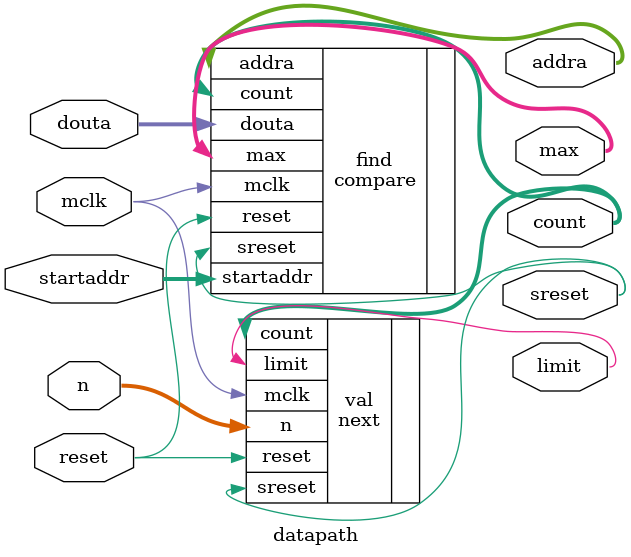
<source format=v>
`timescale 1ns / 1ps


module datapath(mclk, reset, startaddr, n, max, addra, douta, count, limit, sreset);

	// Input
	input mclk, reset;
	input [7:0] n;
	input [15:0] startaddr;
	input [15:0] douta;
	
	// Output
	output [7:0] addra;
	output [15:0] max;
    output [7:0] count;
    output limit;
    output sreset;
	
	compare find(
	   .mclk(mclk), 
	   .reset(reset), 
	   .startaddr(startaddr), 
	   .count(count), 
	   .addra(addra), 
	   .douta(douta), 
	   .max(max),
	   .sreset(sreset)
	   );
	
	next val(
	   .n(n),
	   .reset(reset),
	   .mclk(mclk),
	   .count(count),
	   .limit(limit),
	   .sreset(sreset)
	   );
	   
  

endmodule

</source>
